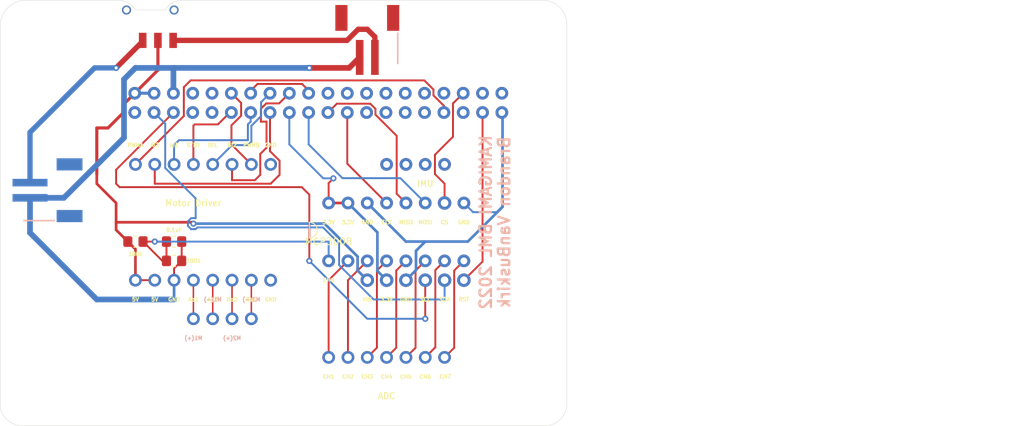
<source format=kicad_pcb>
(kicad_pcb (version 20211014) (generator pcbnew)
  (layers (0 "F.Cu" signal) (31 "B.Cu" signal) (34 "B.Paste" user) (35 "F.Paste" user) (36 "B.SilkS" user "B.Silkscreen") (37 "F.SilkS" user "F.Silkscreen") (38 "B.Mask" user) (39 "F.Mask" user) (44 "Edge.Cuts" user))
  (net 0 "")
  (net 1 "5.0V")
  (net 2 "SDA")
  (net 3 "SCL")
  (net 4 "GPIO4")
  (net 5 "GPIO17")
  (net 6 "GPIO27")
  (net 7 "GPIO22")
  (net 8 "SPI_MOSI")
  (net 9 "SPI_MISO")
  (net 10 "SPI_SCLK")
  (net 11 "GPIO5")
  (net 12 "GPIO6")
  (net 13 "GPIO13")
  (net 14 "GPIO19")
  (net 15 "GPIO26")
  (net 16 "3.3V")
  (net 17 "GND")
  (net 18 "TXD")
  (net 19 "RXD")
  (net 20 "GPIO18")
  (net 21 "GPIO24")
  (net 22 "GPIO25")
  (net 23 "SPI_CE0")
  (net 24 "SPI_CE1")
  (net 25 "EECLK")
  (net 26 "GPIO16")
  (net 27 "GPIO20")
  (net 28 "GPIO21")
  (net 29 "GPIO23")
  (net 30 "EEDATA")
  (net 31 "GPIO12")
  (net 32 "CH1")
  (net 33 "CH2")
  (net 34 "CH0")
  (net 35 "CHRGR")
  (net 36 "M1+")
  (net 37 "M1-")
  (net 38 "M2+")
  (net 39 "M2-")
  (net 40 "Batt+")
  (net 41 "CH3")
  (net 42 "CH4")
  (net 43 "CH5")
  (net 44 "CH6")
  (net 45 "CH7")
  (footprint "" (layer "F.Cu") (at 154.94 116.84)
    (fp_text reference "" (at 0 0) (layer "F.SilkS") (effects (font (size 1.27 1.27))))
    (fp_text value "" (at 0 0) (layer "F.SilkS") (effects (font (size 1.27 1.27))))
    (pad "" thru_hole circle (at 0 0 270) (size 1.778 1.778) (drill 1) (layers *.Cu *.Mask) (net 1 "5.0V"))
  )
  (footprint "" (layer "F.Cu") (at 160.02 116.84)
    (fp_text reference "" (at 0 0) (layer "F.SilkS") (effects (font (size 1.27 1.27))))
    (fp_text value "" (at 0 0) (layer "F.SilkS") (effects (font (size 1.27 1.27))))
    (pad "" thru_hole circle (at 0 0 270) (size 1.778 1.778) (drill 1) (layers *.Cu *.Mask) (net 17 "GND"))
  )
  (footprint "" (layer "F.Cu") (at 157.48 127)
    (fp_text reference "" (at 0 0) (layer "F.SilkS") (effects (font (size 1.27 1.27))))
    (fp_text value "" (at 0 0) (layer "F.SilkS") (effects (font (size 1.27 1.27))))
    (pad "" thru_hole circle (at 0 0 270) (size 1.6764 1.6764) (drill 1) (layers *.Cu *.Mask) (net 42 "CH4"))
  )
  (footprint "" (layer "F.Cu") (at 165.1 116.84)
    (fp_text reference "" (at 0 0) (layer "F.SilkS") (effects (font (size 1.27 1.27))))
    (fp_text value "" (at 0 0) (layer "F.SilkS") (effects (font (size 1.27 1.27))))
    (pad "" thru_hole circle (at 0 0 270) (size 1.778 1.778) (drill 1) (layers *.Cu *.Mask) (net 2 "SDA"))
  )
  (footprint "" (layer "F.Cu") (at 149.86 114.3)
    (fp_text reference "" (at 0 0) (layer "F.SilkS") (effects (font (size 1.27 1.27))))
    (fp_text value "" (at 0 0) (layer "F.SilkS") (effects (font (size 1.27 1.27))))
    (pad "" thru_hole circle (at 0 0) (size 1.6764 1.6764) (drill 0.9) (layers *.Cu *.Mask) (net 34 "CH0"))
  )
  (footprint "" (layer "F.Cu") (at 160.02 127.260029)
    (fp_text reference "" (at 0 0) (layer "F.SilkS") (effects (font (size 1.27 1.27))))
    (fp_text value "" (at 0 0) (layer "F.SilkS") (effects (font (size 1.27 1.27))))
    (pad "" thru_hole circle (at 0 -0.260029 270) (size 1.6764 1.6764) (drill 1) (layers *.Cu *.Mask) (net 43 "CH5"))
  )
  (footprint "" (layer "F.Cu") (at 137.16 101.6 180)
    (fp_text reference "" (at 0 0) (layer "F.SilkS") (effects (font (size 1.27 1.27))))
    (fp_text value "" (at 0 0) (layer "F.SilkS") (effects (font (size 1.27 1.27))))
    (pad "11" thru_hole circle (at 0 0 270) (size 1.6764 1.6764) (drill 1) (layers *.Cu *.Mask) (net 21 "GPIO24"))
  )
  (footprint "Resistor_SMD:R_0805_2012Metric_Pad1.20x1.40mm_HandSolder" (layer "F.Cu") (at 124.46 111.76)
    (fp_text reference "" (at 0 -1.65) (layer "F.SilkS"))
    (fp_text value "180k" (at 0 1.65) (layer "F.SilkS") (effects (font (size 0.5 0.5) (thickness 0.125))))
    (pad "" smd roundrect (at 1 0) (size 1.2 1.4) (layers "F.Cu" "F.Paste" "F.Mask") (roundrect_rratio 0.2083333333) (net 34 "CH0"))
    (pad "" smd roundrect (at -1 0) (size 1.2 1.4) (layers "F.Cu" "F.Paste" "F.Mask") (roundrect_rratio 0.2083333333) (net 1 "5.0V"))
  )
  (footprint "" (layer "F.Cu") (at 162.56 127)
    (fp_text reference "" (at 0 0) (layer "F.SilkS") (effects (font (size 1.27 1.27))))
    (fp_text value "" (at 0 0) (layer "F.SilkS") (effects (font (size 1.27 1.27))))
    (pad "" thru_hole circle (at 0 0 270) (size 1.6764 1.6764) (drill 1) (layers *.Cu *.Mask) (net 44 "CH6"))
  )
  (footprint "" (layer "F.Cu") (at 124.46 83.82)
    (fp_text reference "" (at 0 0) (layer "F.SilkS") (effects (font (size 1.27 1.27))))
    (fp_text value "" (at 0 0) (layer "F.SilkS") (effects (font (size 1.27 1.27))))
    (pad "" np_thru_hole circle (at 19.5408 -0.8167) (size 2.8 2.8) (drill 2.8) (layers F&B.Cu *.Mask))
  )
  (footprint "" (layer "F.Cu") (at 132.08 101.6 180)
    (fp_text reference "" (at 0 0) (layer "F.SilkS") (effects (font (size 1.27 1.27))))
    (fp_text value "" (at 0 0) (layer "F.SilkS") (effects (font (size 1.27 1.27))))
    (pad "13" thru_hole circle (at 0 0 270) (size 1.6764 1.6764) (drill 1) (layers *.Cu *.Mask) (net 5 "GPIO17"))
  )
  (footprint "" (layer "F.Cu") (at 152.4 114.3)
    (fp_text reference "" (at 0 0) (layer "F.SilkS") (effects (font (size 1.27 1.27))))
    (fp_text value "" (at 0 0) (layer "F.SilkS") (effects (font (size 1.27 1.27))))
    (pad "" thru_hole circle (at 0 0) (size 1.6764 1.6764) (drill 0.9) (layers *.Cu *.Mask) (net 32 "CH1"))
  )
  (footprint "" (layer "F.Cu") (at 149.86 106.68)
    (fp_text reference "" (at 0 0) (layer "F.SilkS") (effects (font (size 1.27 1.27))))
    (fp_text value "" (at 0 0) (layer "F.SilkS") (effects (font (size 1.27 1.27))))
    (pad "" thru_hole circle (at 0 0) (size 1.6764 1.6764) (drill 0.9) (layers *.Cu *.Mask) (net 16 "3.3V"))
  )
  (footprint "" (layer "F.Cu") (at 165.1 106.68)
    (fp_text reference "" (at 0 0) (layer "F.SilkS") (effects (font (size 1.27 1.27))))
    (fp_text value "" (at 0 0) (layer "F.SilkS") (effects (font (size 1.27 1.27))))
    (pad "" thru_hole circle (at 0 0 270) (size 1.778 1.778) (drill 1) (layers *.Cu *.Mask) (net 26 "GPIO16"))
  )
  (footprint "" (layer "F.Cu") (at 119.38 83.82)
    (fp_text reference "" (at 0 0) (layer "F.SilkS") (effects (font (size 1.27 1.27))))
    (fp_text value "" (at 0 0) (layer "F.SilkS") (effects (font (size 1.27 1.27))))
    (pad "" np_thru_hole circle (at -0.3792 -0.8167) (size 2.8 2.8) (drill 2.8) (layers F&B.Cu *.Mask))
  )
  (footprint "" (layer "F.Cu") (at 154.94 114.3)
    (fp_text reference "" (at 0 0) (layer "F.SilkS") (effects (font (size 1.27 1.27))))
    (fp_text value "" (at 0 0) (layer "F.SilkS") (effects (font (size 1.27 1.27))))
    (pad "" thru_hole circle (at 0 0) (size 1.6764 1.6764) (drill 0.9) (layers *.Cu *.Mask) (net 33 "CH2"))
  )
  (footprint "" (layer "F.Cu") (at 175.26 127)
    (fp_text reference "" (at 0 0) (layer "F.SilkS") (effects (font (size 1.27 1.27))))
    (fp_text value "" (at 0 0) (layer "F.SilkS") (effects (font (size 1.27 1.27))))
    (pad "" np_thru_hole circle (at -6.2592 6.0033) (size 2.8 2.8) (drill 2.8) (layers F&B.Cu *.Mask))
  )
  (footprint "" (layer "F.Cu") (at 137.16 116.84 180)
    (fp_text reference "" (at 0 0) (layer "F.SilkS") (effects (font (size 1.27 1.27))))
    (fp_text value "" (at 0 0) (layer "F.SilkS") (effects (font (size 1.27 1.27))))
    (pad "" thru_hole circle (at 0 0 270) (size 1.6764 1.6764) (drill 1) (layers *.Cu *.Mask) (net 38 "M2+"))
  )
  (footprint "" (layer "F.Cu") (at 157.48 114.3)
    (fp_text reference "" (at 0 0) (layer "F.SilkS") (effects (font (size 1.27 1.27))))
    (fp_text value "" (at 0 0) (layer "F.SilkS") (effects (font (size 1.27 1.27))))
    (pad "" thru_hole circle (at 0 0) (size 1.6764 1.6764) (drill 0.9) (layers *.Cu *.Mask) (net 41 "CH3"))
  )
  (footprint "" (layer "F.Cu") (at 129.54 116.84 180)
    (fp_text reference "" (at 0 0) (layer "F.SilkS") (effects (font (size 1.27 1.27))))
    (fp_text value "" (at 0 0) (layer "F.SilkS") (effects (font (size 1.27 1.27))))
    (pad "6" thru_hole circle (at 0 0 270) (size 1.6764 1.6764) (drill 1) (layers *.Cu *.Mask) (net 17 "GND"))
  )
  (footprint "PI_BONNET_NODIM" (layer "F.Cu") (at 116.000757 120.003271)
    (fp_text reference "RPI1" hide)
    (fp_text value "KamiPCB" hide)
    (pad "" np_thru_hole circle (at 3.5 -26.5) (size 2.8 2.8) (drill 2.8) (layers *.Cu *.Mask))
    (pad "" np_thru_hole circle (at 3.5 -3.5) (size 2.8 2.8) (drill 2.8) (layers F&B.Cu *.Mask))
    (pad "" np_thru_hole circle (at 61.5 -3.5) (size 2.8 2.8) (drill 2.8) (layers *.Cu *.Mask))
    (pad "" np_thru_hole circle (at 61.5 -26.5) (size 2.8 2.8) (drill 2.8) (layers *.Cu *.Mask))
    (pad "1" thru_hole circle (at 8.37 -25.23) (size 1.6764 1.6764) (drill 0.9) (layers *.Cu *.Mask) (net 16 "3.3V"))
    (pad "2" thru_hole circle (at 8.37 -27.77) (size 1.6764 1.6764) (drill 0.9) (layers *.Cu *.Mask) (net 1 "5.0V"))
    (pad "3" thru_hole circle (at 10.91 -25.23) (size 1.6764 1.6764) (drill 0.9) (layers *.Cu *.Mask) (net 2 "SDA"))
    (pad "4" thru_hole circle (at 10.91 -27.77) (size 1.6764 1.6764) (drill 0.9) (layers *.Cu *.Mask) (net 1 "5.0V"))
    (pad "5" thru_hole circle (at 13.45 -25.23) (size 1.6764 1.6764) (drill 0.9) (layers *.Cu *.Mask) (net 3 "SCL"))
    (pad "6" thru_hole circle (at 13.45 -27.77) (size 1.6764 1.6764) (drill 0.9) (layers *.Cu *.Mask) (net 17 "GND"))
    (pad "7" thru_hole circle (at 15.99 -25.23) (size 1.6764 1.6764) (drill 0.9) (layers *.Cu *.Mask) (net 4 "GPIO4"))
    (pad "8" thru_hole circle (at 15.99 -27.77) (size 1.6764 1.6764) (drill 0.9) (layers *.Cu *.Mask) (net 18 "TXD"))
    (pad "9" thru_hole circle (at 18.53 -25.23) (size 1.6764 1.6764) (drill 0.9) (layers *.Cu *.Mask) (net 17 "GND"))
    (pad "10" thru_hole circle (at 18.53 -27.77) (size 1.6764 1.6764) (drill 0.9) (layers *.Cu *.Mask) (net 19 "RXD"))
    (pad "11" thru_hole circle (at 21.07 -25.23) (size 1.6764 1.6764) (drill 0.9) (layers *.Cu *.Mask) (net 5 "GPIO17"))
    (pad "12" thru_hole circle (at 21.07 -27.77) (size 1.6764 1.6764) (drill 0.9) (layers *.Cu *.Mask) (net 20 "GPIO18"))
    (pad "13" thru_hole circle (at 23.61 -25.23) (size 1.6764 1.6764) (drill 0.9) (layers *.Cu *.Mask) (net 6 "GPIO27"))
    (pad "14" thru_hole circle (at 23.61 -27.77) (size 1.6764 1.6764) (drill 0.9) (layers *.Cu *.Mask) (net 17 "GND"))
    (pad "15" thru_hole circle (at 26.15 -25.23) (size 1.6764 1.6764) (drill 0.9) (layers *.Cu *.Mask) (net 7 "GPIO22"))
    (pad "16" thru_hole circle (at 26.15 -27.77) (size 1.6764 1.6764) (drill 0.9) (layers *.Cu *.Mask) (net 29 "GPIO23"))
    (pad "17" thru_hole circle (at 28.69 -25.23) (size 1.6764 1.6764) (drill 0.9) (layers *.Cu *.Mask) (net 16 "3.3V"))
    (pad "18" thru_hole circle (at 28.69 -27.77) (size 1.6764 1.6764) (drill 0.9) (layers *.Cu *.Mask) (net 21 "GPIO24"))
    (pad "19" thru_hole circle (at 31.23 -25.23) (size 1.6764 1.6764) (drill 0.9) (layers *.Cu *.Mask) (net 8 "SPI_MOSI"))
    (pad "20" thru_hole circle (at 31.23 -27.77) (size 1.6764 1.6764) (drill 0.9) (layers *.Cu *.Mask) (net 17 "GND"))
    (pad "21" thru_hole circle (at 33.77 -25.23) (size 1.6764 1.6764) (drill 0.9) (layers *.Cu *.Mask) (net 9 "SPI_MISO"))
    (pad "22" thru_hole circle (at 33.77 -27.77) (size 1.6764 1.6764) (drill 0.9) (layers *.Cu *.Mask) (net 22 "GPIO25"))
    (pad "23" thru_hole circle (at 36.31 -25.23) (size 1.6764 1.6764) (drill 0.9) (layers *.Cu *.Mask) (net 10 "SPI_SCLK"))
    (pad "24" thru_hole circle (at 36.31 -27.77) (size 1.6764 1.6764) (drill 0.9) (layers *.Cu *.Mask) (net 23 "SPI_CE0"))
    (pad "25" thru_hole circle (at 38.85 -25.23) (size 1.6764 1.6764) (drill 0.9) (layers *.Cu *.Mask) (net 17 "GND"))
    (pad "26" thru_hole circle (at 38.85 -27.77) (size 1.6764 1.6764) (drill 0.9) (layers *.Cu *.Mask) (net 24 "SPI_CE1"))
    (pad "27" thru_hole circle (at 41.39 -25.23) (size 1.6764 1.6764) (drill 0.9) (layers *.Cu *.Mask) (net 30 "EEDATA"))
    (pad "28" thru_hole circle (at 41.39 -27.77) (size 1.6764 1.6764) (drill 0.9) (layers *.Cu *.Mask) (net 25 "EECLK"))
    (pad "29" thru_hole circle (at 43.93 -25.23) (size 1.6764 1.6764) (drill 0.9) (layers *.Cu *.Mask) (net 11 "GPIO5"))
    (pad "30" thru_hole circle (at 43.93 -27.77) (size 1.6764 1.6764) (drill 0.9) (layers *.Cu *.Mask) (net 17 "GND"))
    (pad "31" thru_hole circle (at 46.47 -25.23) (size 1.6764 1.6764) (drill 0.9) (layers *.Cu *.Mask) (net 12 "GPIO6"))
    (pad "32" thru_hole circle (at 46.47 -27.77) (size 1.6764 1.6764) (drill 0.9) (layers *.Cu *.Mask) (net 31 "GPIO12"))
    (pad "33" thru_hole circle (at 49.01 -25.23) (size 1.6764 1.6764) (drill 0.9) (layers *.Cu *.Mask) (net 13 "GPIO13"))
    (pad "34" thru_hole circle (at 49.01 -27.77) (size 1.6764 1.6764) (drill 0.9) (layers *.Cu *.Mask) (net 17 "GND"))
    (pad "35" thru_hole circle (at 51.55 -25.23) (size 1.6764 1.6764) (drill 0.9) (layers *.Cu *.Mask) (net 14 "GPIO19"))
    (pad "36" thru_hole circle (at 51.55 -27.77) (size 1.6764 1.6764) (drill 0.9) (layers *.Cu *.Mask) (net 26 "GPIO16"))
    (pad "37" thru_hole circle (at 54.09 -25.23) (size 1.6764 1.6764) (drill 0.9) (layers *.Cu *.Mask) (net 15 "GPIO26"))
    (pad "38" thru_hole circle (at 54.09 -27.77) (size 1.6764 1.6764) (drill 0.9) (layers *.Cu *.Mask) (net 27 "GPIO20"))
    (pad "39" thru_hole circle (at 56.63 -25.23) (size 1.6764 1.6764) (drill 0.9) (layers *.Cu *.Mask) (net 17 "GND"))
    (pad "40" thru_hole circle (at 56.63 -27.77) (size 1.6764 1.6764) (drill 0.9) (layers *.Cu *.Mask) (net 28 "GPIO21"))
  )
  (footprint "" (layer "F.Cu") (at 137.16 121.92)
    (fp_text reference "" (at 0 0) (layer "F.SilkS") (effects (font (size 1.27 1.27))))
    (fp_text value "" (at 0 0) (layer "F.SilkS") (effects (font (size 1.27 1.27))))
    (pad "" thru_hole circle (at 0 0 270) (size 1.6764 1.6764) (drill 1) (layers *.Cu *.Mask) (net 38 "M2+"))
  )
  (footprint "" (layer "F.Cu") (at 134.62 122.180029)
    (fp_text reference "" (at 0 0) (layer "F.SilkS") (effects (font (size 1.27 1.27))))
    (fp_text value "" (at 0 0) (layer "F.SilkS") (effects (font (size 1.27 1.27))))
    (pad "" thru_hole circle (at 0 -0.260029 270) (size 1.6764 1.6764) (drill 1) (layers *.Cu *.Mask) (net 37 "M1-"))
  )
  (footprint "" (layer "F.Cu") (at 127 101.6 180)
    (fp_text reference "" (at 0 0) (layer "F.SilkS") (effects (font (size 1.27 1.27))))
    (fp_text value "" (at 0 0) (layer "F.SilkS") (effects (font (size 1.27 1.27))))
    (pad "15" thru_hole circle (at 0 0 270) (size 1.6764 1.6764) (drill 1) (layers *.Cu *.Mask) (net 7 "GPIO22"))
  )
  (footprint "" (layer "F.Cu") (at 124.46 116.84 180)
    (fp_text reference "" (at 0 0) (layer "F.SilkS") (effects (font (size 1.27 1.27))))
    (fp_text value "" (at 0 0) (layer "F.SilkS") (effects (font (size 1.27 1.27))))
    (pad "8" thru_hole circle (at 0 0 270) (size 1.6764 1.6764) (drill 1) (layers *.Cu *.Mask) (net 1 "5.0V"))
  )
  (footprint "" (layer "F.Cu") (at 149.86 129.803329)
    (fp_text reference "" (at 0 0) (layer "F.SilkS") (effects (font (size 1.27 1.27))))
    (fp_text value "" (at 0 0) (layer "F.SilkS") (effects (font (size 1.27 1.27))))
    (pad "" thru_hole circle (at 0 -2.803329 270) (size 1.6764 1.6764) (drill 1) (layers *.Cu *.Mask) (net 32 "CH1"))
  )
  (footprint "" (layer "F.Cu") (at 129.54 101.6 180)
    (fp_text reference "" (at 0 0) (layer "F.SilkS") (effects (font (size 1.27 1.27))))
    (fp_text value "" (at 0 0) (layer "F.SilkS") (effects (font (size 1.27 1.27))))
    (pad "14" thru_hole circle (at 0 0 270) (size 1.6764 1.6764) (drill 1) (layers *.Cu *.Mask) (net 6 "GPIO27"))
  )
  (footprint "" (layer "F.Cu") (at 167.64 106.68)
    (fp_text reference "" (at 0 0) (layer "F.SilkS") (effects (font (size 1.27 1.27))))
    (fp_text value "" (at 0 0) (layer "F.SilkS") (effects (font (size 1.27 1.27))))
    (pad "" thru_hole circle (at 0 0) (size 1.6764 1.6764) (drill 0.9) (layers *.Cu *.Mask) (net 17 "GND"))
  )
  (footprint "" (layer "F.Cu") (at 154.94 106.68)
    (fp_text reference "" (at 0 0) (layer "F.SilkS") (effects (font (size 1.27 1.27))))
    (fp_text value "" (at 0 0) (layer "F.SilkS") (effects (font (size 1.27 1.27))))
    (pad "" thru_hole circle (at 0 0) (size 1.6764 1.6764) (drill 0.9) (layers *.Cu *.Mask) (net 17 "GND"))
  )
  (footprint "Resistor_SMD:R_0805_2012Metric_Pad1.20x1.40mm_HandSolder" (layer "F.Cu") (at 129.54 111.76)
    (fp_text reference "" (at 0 -1.65) (layer "F.SilkS"))
    (fp_text value "0.1uF" (at 0 -1.54) (layer "F.SilkS") (effects (font (size 0.5 0.5) (thickness 0.125))))
    (pad "" smd roundrect (at -1 0) (size 1.2 1.4) (layers "F.Cu" "F.Paste" "F.Mask") (roundrect_rratio 0.2083333333) (net 34 "CH0"))
    (pad "" smd roundrect (at 1 0) (size 1.2 1.4) (layers "F.Cu" "F.Paste" "F.Mask") (roundrect_rratio 0.2083333333) (net 17 "GND"))
  )
  (footprint "" (layer "F.Cu") (at 139.7 121.92)
    (fp_text reference "" (at 0 0) (layer "F.SilkS") (effects (font (size 1.27 1.27))))
    (fp_text value "" (at 0 0) (layer "F.SilkS") (effects (font (size 1.27 1.27))))
    (pad "" thru_hole circle (at 0 0 270) (size 1.6764 1.6764) (drill 1) (layers *.Cu *.Mask) (net 39 "M2-"))
  )
  (footprint "" (layer "F.Cu") (at 139.7 101.6 180)
    (fp_text reference "" (at 0 0) (layer "F.SilkS") (effects (font (size 1.27 1.27))))
    (fp_text value "" (at 0 0) (layer "F.SilkS") (effects (font (size 1.27 1.27))))
    (pad "10" thru_hole circle (at 0 0 270) (size 1.6764 1.6764) (drill 1) (layers *.Cu *.Mask) (net 20 "GPIO18"))
  )
  (footprint "" (layer "F.Cu") (at 124.46 101.6 180)
    (fp_text reference "" (at 0 0) (layer "F.SilkS") (effects (font (size 1.27 1.27))))
    (fp_text value "" (at 0 0) (layer "F.SilkS") (effects (font (size 1.27 1.27))))
    (pad "16" thru_hole circle (at 0 0 270) (size 1.6764 1.6764) (drill 1) (layers *.Cu *.Mask) (net 13 "GPIO13"))
  )
  (footprint "" (layer "F.Cu") (at 165.1 114.3)
    (fp_text reference "" (at 0 0) (layer "F.SilkS") (effects (font (size 1.27 1.27))))
    (fp_text value "" (at 0 0) (layer "F.SilkS") (effects (font (size 1.27 1.27))))
    (pad "" thru_hole circle (at 0 0) (size 1.6764 1.6764) (drill 0.9) (layers *.Cu *.Mask) (net 44 "CH6"))
  )
  (footprint "" (layer "F.Cu") (at 160.02 106.68)
    (fp_text reference "" (at 0 0) (layer "F.SilkS") (effects (font (size 1.27 1.27))))
    (fp_text value "" (at 0 0) (layer "F.SilkS") (effects (font (size 1.27 1.27))))
    (pad "" thru_hole circle (at 0 0) (size 1.6764 1.6764) (drill 0.9) (layers *.Cu *.Mask) (net 9 "SPI_MISO"))
  )
  (footprint "" (layer "F.Cu") (at 167.64 116.84)
    (fp_text reference "" (at 0 0) (layer "F.SilkS") (effects (font (size 1.27 1.27))))
    (fp_text value "" (at 0 0) (layer "F.SilkS") (effects (font (size 1.27 1.27))))
    (pad "" thru_hole circle (at 0 0 270) (size 1.778 1.778) (drill 1) (layers *.Cu *.Mask) (net 15 "GPIO26"))
  )
  (footprint "" (layer "F.Cu") (at 131.815 81.74 -90)
    (fp_text reference "" (at 0 0 90) (layer "F.SilkS") (effects (font (size 1.27 1.27))))
    (fp_text value "" (at 0 0 90) (layer "F.SilkS") (effects (font (size 1.27 1.27))))
    (pad "" thru_hole circle (at -0.46 2.275 270) (size 1.2 1.2) (drill 0.8) (layers *.Cu *.Mask))
  )
  (footprint "" (layer "F.Cu") (at 152.4 106.68)
    (fp_text reference "" (at 0 0) (layer "F.SilkS") (effects (font (size 1.27 1.27))))
    (fp_text value "" (at 0 0) (layer "F.SilkS") (effects (font (size 1.27 1.27))))
    (pad "" thru_hole circle (at 0 0) (size 1.6764 1.6764) (drill 0.9) (layers *.Cu *.Mask) (net 16 "3.3V"))
  )
  (footprint "" (layer "F.Cu") (at 160.02 114.3)
    (fp_text reference "" (at 0 0) (layer "F.SilkS") (effects (font (size 1.27 1.27))))
    (fp_text value "" (at 0 0) (layer "F.SilkS") (effects (font (size 1.27 1.27))))
    (pad "" thru_hole circle (at 0 0) (size 1.6764 1.6764) (drill 0.9) (layers *.Cu *.Mask) (net 42 "CH4"))
  )
  (footprint "" (layer "F.Cu") (at 139.7 116.84 180)
    (fp_text reference "" (at 0 0) (layer "F.SilkS") (effects (font (size 1.27 1.27))))
    (fp_text value "" (at 0 0) (layer "F.SilkS") (effects (font (size 1.27 1.27))))
    (pad "" thru_hole circle (at 0 0 270) (size 1.6764 1.6764) (drill 1) (layers *.Cu *.Mask) (net 39 "M2-"))
  )
  (footprint "" (layer "F.Cu") (at 167.64 114.3)
    (fp_text reference "" (at 0 0) (layer "F.SilkS") (effects (font (size 1.27 1.27))))
    (fp_text value "" (at 0 0) (layer "F.SilkS") (effects (font (size 1.27 1.27))))
    (pad "" thru_hole circle (at 0 0) (size 1.6764 1.6764) (drill 0.9) (layers *.Cu *.Mask) (net 45 "CH7"))
  )
  (footprint "" (layer "F.Cu") (at 119.38 127)
    (fp_text reference "" (at 0 0) (layer "F.SilkS") (effects (font (size 1.27 1.27))))
    (fp_text value "" (at 0 0) (layer "F.SilkS") (effects (font (size 1.27 1.27))))
    (pad "" np_thru_hole circle (at -0.3792 6.0033) (size 2.8 2.8) (drill 2.8) (layers F&B.Cu *.Mask))
  )
  (footprint "" (layer "F.Cu") (at 127 127)
    (fp_text reference "" (at 17.78 0) (layer "F.SilkS") (effects (font (size 1.27 1.27))))
    (fp_text value "" (at 17.78 0) (layer "F.SilkS") (effects (font (size 1.27 1.27))))
    (pad "" np_thru_hole circle (at 17.0008 6.0033) (size 2.8 2.8) (drill 2.8) (layers F&B.Cu *.Mask))
  )
  (footprint "JSTPH2" (layer "F.Cu") (at 154.94 83.82)
    (fp_text reference "X1" hide)
    (fp_text value "")
    (pad "" smd rect (at 1 3.7) (size 1 4.6) (layers "F.Cu" "F.Paste" "F.Mask") (net 35 "CHRGR"))
    (pad "" smd rect (at -1 3.7) (size 1 4.6) (layers "F.Cu" "F.Paste" "F.Mask") (net 17 "GND"))
    (pad "NC1" smd rect (at -3.4 -1.5 90) (size 3.4 1.6) (layers "F.Cu" "F.Paste" "F.Mask"))
    (pad "NC2" smd rect (at 3.4 -1.5 90) (size 3.4 1.6) (layers "F.Cu" "F.Paste" "F.Mask"))
  )
  (footprint "" (layer "F.Cu") (at 154.94 127)
    (fp_text reference "" (at 0 0) (layer "F.SilkS") (effects (font (size 1.27 1.27))))
    (fp_text value "" (at 0 0) (layer "F.SilkS") (effects (font (size 1.27 1.27))))
    (pad "" thru_hole circle (at 0 0 270) (size 1.6764 1.6764) (drill 1) (layers *.Cu *.Mask) (net 41 "CH3"))
  )
  (footprint "" (layer "F.Cu") (at 134.62 116.84 180)
    (fp_text reference "" (at 0 0) (layer "F.SilkS") (effects (font (size 1.27 1.27))))
    (fp_text value "" (at 0 0) (layer "F.SilkS") (effects (font (size 1.27 1.27))))
    (pad "" thru_hole circle (at 0 0 270) (size 1.6764 1.6764) (drill 1) (layers *.Cu *.Mask) (net 37 "M1-"))
  )
  (footprint "clipboard:92cc7493-65be-4ec2-8642-ce3194bf1ce3" (layer "F.Cu") (at 123.29 81.28 180)
    (fp_text reference "" (at 0 0) (layer "F.SilkS") (effects (font (size 1.27 1.27))))
    (fp_text value "" (at 0 0) (layer "F.SilkS") (effects (font (size 1.27 1.27))))
    (pad "" smd rect (at -6.125 -4 180) (size 1 2) (layers "F.Cu" "F.Paste" "F.Mask") (net 35 "CHRGR"))
    (pad "" smd rect (at -2.125 -4 180) (size 1 2) (layers "F.Cu" "F.Paste" "F.Mask") (net 40 "Batt+"))
    (pad "" smd rect (at -4.125 -4 180) (size 1 2) (layers "F.Cu" "F.Paste" "F.Mask") (net 1 "5.0V"))
  )
  (footprint "" (layer "F.Cu") (at 162.56 106.68)
    (fp_text reference "" (at 0 0) (layer "F.SilkS") (effects (font (size 1.27 1.27))))
    (fp_text value "" (at 0 0) (layer "F.SilkS") (effects (font (size 1.27 1.27))))
    (pad "" thru_hole circle (at 0 0) (size 1.6764 1.6764) (drill 0.9) (layers *.Cu *.Mask) (net 8 "SPI_MOSI"))
  )
  (footprint "" (layer "F.Cu") (at 142.24 101.6 180)
    (fp_text reference "" (at 0 0) (layer "F.SilkS") (effects (font (size 1.27 1.27))))
    (fp_text value "" (at 0 0) (layer "F.SilkS") (effects (font (size 1.27 1.27))))
    (pad "9" thru_hole circle (at 0 0 270) (size 1.6764 1.6764) (drill 1) (layers *.Cu *.Mask) (net 17 "GND"))
  )
  (footprint "" (layer "F.Cu") (at 162.56 101.6)
    (fp_text reference "" (at 0 0) (layer "F.SilkS") (effects (font (size 1.27 1.27))))
    (fp_text value "" (at 0 0) (layer "F.SilkS") (effects (font (size 1.27 1.27))))
    (pad "" thru_hole circle (at 0 0) (size 1.6764 1.6764) (drill 0.9) (layers *.Cu *.Mask))
  )
  (footprint "" (layer "F.Cu") (at 157.48 101.6)
    (fp_text reference "" (at 0 0) (layer "F.SilkS") (effects (font (size 1.27 1.27))))
    (fp_text value "" (at 0 0) (layer "F.SilkS") (effects (font (size 1.27 1.27))))
    (pad "" thru_hole circle (at 0 0) (size 1.6764 1.6764) (drill 0.9) (layers *.Cu *.Mask))
  )
  (footprint "" (layer "F.Cu") (at 142.24 116.84 180)
    (fp_text reference "" (at 0 0) (layer "F.SilkS") (effects (font (size 1.27 1.27))))
    (fp_text value "" (at 0 0) (layer "F.SilkS") (effects (font (size 1.27 1.27))))
    (pad "1" thru_hole circle (at 0 0 270) (size 1.6764 1.6764) (drill 1) (layers *.Cu *.Mask) (net 17 "GND"))
  )
  (footprint "" (layer "F.Cu") (at 162.56 114.3)
    (fp_text reference "" (at 0 0) (layer "F.SilkS") (effects (font (size 1.27 1.27))))
    (fp_text value "" (at 0 0) (layer "F.SilkS") (effects (font (size 1.27 1.27))))
    (pad "" thru_hole circle (at 0 0) (size 1.6764 1.6764) (drill 0.9) (layers *.Cu *.Mask) (net 43 "CH5"))
  )
  (footprint "" (layer "F.Cu") (at 157.48 116.84)
    (fp_text reference "" (at 0 0) (layer "F.SilkS") (effects (font (size 1.27 1.27))))
    (fp_text value "" (at 0 0) (layer "F.SilkS") (effects (font (size 1.27 1.27))))
    (pad "" thru_hole circle (at 0 0 270) (size 1.778 1.778) (drill 1) (layers *.Cu *.Mask) (net 16 "3.3V"))
  )
  (footprint "" (layer "F.Cu") (at 152.4 127.260029)
    (fp_text reference "" (at 0 0) (layer "F.SilkS") (effects (font (size 1.27 1.27))))
    (fp_text value "" (at 0 0) (layer "F.SilkS") (effects (font (size 1.27 1.27))))
    (pad "" thru_hole circle (at 0 -0.260029 270) (size 1.6764 1.6764) (drill 1) (layers *.Cu *.Mask) (net 33 "CH2"))
  )
  (footprint "" (layer "F.Cu") (at 160.02 101.6)
    (fp_text reference "" (at 0 0) (layer "F.SilkS") (effects (font (size 1.27 1.27))))
    (fp_text value "" (at 0 0) (layer "F.SilkS") (effects (font (size 1.27 1.27))))
    (pad "" thru_hole circle (at 0 0) (size 1.6764 1.6764) (drill 0.9) (layers *.Cu *.Mask))
  )
  (footprint "" (layer "F.Cu") (at 134.62 101.6 180)
    (fp_text reference "" (at 0 0) (layer "F.SilkS") (effects (font (size 1.27 1.27))))
    (fp_text value "" (at 0 0) (layer "F.SilkS") (effects (font (size 1.27 1.27))))
    (pad "12" thru_hole circle (at 0 0 270) (size 1.6764 1.6764) (drill 1) (layers *.Cu *.Mask) (net 29 "GPIO23"))
  )
  (footprint "Resistor_SMD:R_0805_2012Metric_Pad1.20x1.40mm_HandSolder" (layer "F.Cu") (at 129.54 114.3)
    (fp_text reference "" (at 0 -1.65) (layer "F.SilkS"))
    (fp_text value "100k" (at 2.54 0) (layer "F.SilkS") (effects (font (size 0.5 0.5) (thickness 0.125))))
    (pad "" smd roundrect (at -1 0) (size 1.2 1.4) (layers "F.Cu" "F.Paste" "F.Mask") (roundrect_rratio 0.2083333333) (net 34 "CH0"))
    (pad "" smd roundrect (at 1 0) (size 1.2 1.4) (layers "F.Cu" "F.Paste" "F.Mask") (roundrect_rratio 0.2083333333) (net 17 "GND"))
  )
  (footprint "" (layer "F.Cu") (at 127 116.84 180)
    (fp_text reference "" (at 0 0) (layer "F.SilkS") (effects (font (size 1.27 1.27))))
    (fp_text value "" (at 0 0) (layer "F.SilkS") (effects (font (size 1.27 1.27))))
    (pad "7" thru_hole circle (at 0 0 270) (size 1.6764 1.6764) (drill 1) (layers *.Cu *.Mask) (net 1 "5.0V"))
  )
  (footprint "" (layer "F.Cu") (at 162.56 116.84)
    (fp_text reference "" (at 0 0) (layer "F.SilkS") (effects (font (size 1.27 1.27))))
    (fp_text value "" (at 0 0) (layer "F.SilkS") (effects (font (size 1.27 1.27))))
    (pad "" thru_hole circle (at 0 0 270) (size 1.778 1.778) (drill 1) (layers *.Cu *.Mask) (net 3 "SCL"))
  )
  (footprint "" (layer "F.Cu") (at 132.08 124.723329)
    (fp_text reference "" (at 0 0) (layer "F.SilkS") (effects (font (size 1.27 1.27))))
    (fp_text value "" (at 0 0) (layer "F.SilkS") (effects (font (size 1.27 1.27))))
    (pad "" thru_hole circle (at 0 -2.803329 270) (size 1.6764 1.6764) (drill 1) (layers *.Cu *.Mask) (net 36 "M1+"))
  )
  (footprint "" (layer "F.Cu") (at 132.08 116.84 180)
    (fp_text reference "" (at 0 0) (layer "F.SilkS") (effects (font (size 1.27 1.27))))
    (fp_text value "" (at 0 0) (layer "F.SilkS") (effects (font (size 1.27 1.27))))
    (pad "" thru_hole circle (at 0 0 270) (size 1.6764 1.6764) (drill 1) (layers *.Cu *.Mask) (net 36 "M1+"))
  )
  (footprint "" (layer "F.Cu") (at 165.1 127)
    (fp_text reference "" (at 0 0) (layer "F.SilkS") (effects (font (size 1.27 1.27))))
    (fp_text value "" (at 0 0) (layer "F.SilkS") (effects (font (size 1.27 1.27))))
    (pad "" thru_hole circle (at 0 0 270) (size 1.6764 1.6764) (drill 1) (layers *.Cu *.Mask) (net 45 "CH7"))
  )
  (footprint "" (layer "F.Cu") (at 157.48 106.68)
    (fp_text reference "" (at 0 0) (layer "F.SilkS") (effects (font (size 1.27 1.27))))
    (fp_text value "" (at 0 0) (layer "F.SilkS") (effects (font (size 1.27 1.27))))
    (pad "" thru_hole circle (at 0 0) (size 1.6764 1.6764) (drill 0.9) (layers *.Cu *.Mask) (net 10 "SPI_SCLK"))
  )
  (footprint "" (layer "F.Cu") (at 165.1 83.82)
    (fp_text reference "" (at 0 0) (layer "F.SilkS") (effects (font (size 1.27 1.27))))
    (fp_text value "" (at 0 0) (layer "F.SilkS") (effects (font (size 1.27 1.27))))
    (pad "" np_thru_hole circle (at 3.9008 -0.8167) (size 2.8 2.8) (drill 2.8) (layers F&B.Cu *.Mask))
  )
  (footprint "JSTPH2" (layer "F.Cu") (at 114.3 105 -90)
    (fp_text reference "X1" hide)
    (fp_text value "")
    (pad "" smd rect (at 1 3.7 270) (size 1 4.6) (layers "B.Cu" "B.Paste" "B.Mask") (net 17 "GND"))
    (pad "" smd rect (at -1 3.7 270) (size 1 4.6) (layers "B.Cu" "B.Paste" "B.Mask") (net 40 "Batt+"))
    (pad "NC1" smd rect (at -3.4 -1.5) (size 3.4 1.6) (layers "B.Cu" "B.Paste" "B.Mask"))
    (pad "NC2" smd rect (at 3.4 -1.5) (size 3.4 1.6) (layers "B.Cu" "B.Paste" "B.Mask"))
  )
  (footprint "" (layer "F.Cu") (at 121.655 84.28 -90)
    (fp_text reference "" (at 0 0 90) (layer "F.SilkS") (effects (font (size 1.27 1.27))))
    (fp_text value "" (at 0 0 90) (layer "F.SilkS") (effects (font (size 1.27 1.27))))
    (pad "" thru_hole circle (at -3 -1.635 270) (size 1.2 1.2) (drill 0.8) (layers *.Cu *.Mask))
  )
  (footprint "" (layer "F.Cu") (at 165.1 101.6)
    (fp_text reference "" (at 0 0) (layer "F.SilkS") (effects (font (size 1.27 1.27))))
    (fp_text value "" (at 0 0) (layer "F.SilkS") (effects (font (size 1.27 1.27))))
    (pad "" thru_hole circle (at 0 0) (size 1.6764 1.6764) (drill 0.9) (layers *.Cu *.Mask))
  )
  (gr_line (start 147.32 109.22) (end 147.32 111.3) (layer "F.SilkS") (width 0.12))
  (gr_arc (start 147.32 109.22) (mid 148.36 110.26) (end 147.32 111.3) (layer "F.SilkS") (width 0.12))
  (gr_line (start 128.4 81.28) (end 124.46 81.28) (layer "Edge.Cuts") (width 0.05))
  (gr_arc (start 178.179243 80.003271) (mid 180.253271 80.929271) (end 181.179243 83.0033) (layer "Edge.Cuts") (width 0.05))
  (gr_line (start 181.179243 133.003329) (end 181.179243 83.0033) (layer "Edge.Cuts") (width 0.05))
  (gr_line (start 121.92 80.0033) (end 109.68 80.0033) (layer "Edge.Cuts") (width 0.05))
  (gr_line (start 109.680043 136.0033) (end 178.306243 136.0033) (layer "Edge.Cuts") (width 0.05))
  (gr_line (start 106.68 133.578548) (end 106.68 83.401315) (layer "Edge.Cuts") (width 0.05))
  (gr_arc (start 181.179243 133.003329) (mid 180.37419 135.10802) (end 178.306243 136.0033) (layer "Edge.Cuts") (width 0.05))
  (gr_arc (start 121.92 80.0033) (mid 123.37665 80.270309) (end 124.46 81.28) (layer "Edge.Cuts") (width 0.05))
  (gr_line (start 116.000757 117.003271) (end 116.000757 117.003271) (layer "Edge.Cuts") (width 0.05))
  (gr_arc (start 128.4 81.28) (mid 129.424523 80.268057) (end 130.84 80.0033) (layer "Edge.Cuts") (width 0.05))
  (gr_arc (start 109.680043 136.0033) (mid 107.735717 135.340651) (end 106.68 133.578548) (layer "Edge.Cuts") (width 0.05))
  (gr_line (start 178.179243 80.003271) (end 130.84 80.0033) (layer "Edge.Cuts") (width 0.05))
  (gr_arc (start 106.68 83.401315) (mid 107.537309 81.134886) (end 109.68 80.0033) (layer "Edge.Cuts") (width 0.05))
  (gr_text "KAMIGAMI BML 2022\nBrandon VanBuskirk" (at 171.72 109.22 90) (layer "B.SilkS") (effects (font (size 1.5 1.5) (thickness 0.3)) (justify mirror)))
  (gr_text "M1(+)" (at 132.08 124.46) (layer "B.SilkS") (effects (font (size 0.5 0.5) (thickness 0.125)) (justify mirror)))
  (gr_text "M1(-)" (at 134.62 119.38) (layer "B.SilkS") (effects (font (size 0.5 0.5) (thickness 0.125)) (justify mirror)))
  (gr_text "M2(-)" (at 139.7 119.38) (layer "B.SilkS") (effects (font (size 0.5 0.5) (thickness 0.125)) (justify mirror)))
  (gr_text "M2(+)" (at 137.16 124.46) (layer "B.SilkS") (effects (font (size 0.5 0.5) (thickness 0.125)) (justify mirror)))
  (gr_text "SDA" (at 165.1 119.38) (layer "F.SilkS") (effects (font (size 0.5 0.5) (thickness 0.125))))
  (gr_text "GND" (at 160.02 119.38) (layer "F.SilkS") (effects (font (size 0.5 0.5) (thickness 0.125))))
  (gr_text "GND" (at 142.24 99.06) (layer "F.SilkS") (effects (font (size 0.5 0.5) (thickness 0.125))))
  (gr_text "CH4" (at 157.48 129.54) (layer "F.SilkS") (effects (font (size 0.5 0.5) (thickness 0.125))))
  (gr_text "GND" (at 129.54 119.38) (layer "F.SilkS") (effects (font (size 0.5 0.5) (thickness 0.125))))
  (gr_text "CH7" (at 165.181799 129.54) (layer "F.SilkS") (effects (font (size 0.5 0.5) (thickness 0.125))))
  (gr_text "GND" (at 167.64 109.22) (layer "F.SilkS") (effects (font (size 0.5 0.5) (thickness 0.125))))
  (gr_text "5V" (at 127 119.38) (layer "F.SilkS") (effects (font (size 0.5 0.5) (thickness 0.125))))
  (gr_text "PWMA" (at 124.46 99.06) (layer "F.SilkS") (effects (font (size 0.5 0.5) (thickness 0.125))))
  (gr_text "PWMB" (at 139.7 99.06) (layer "F.SilkS") (effects (font (size 0.5 0.5) (thickness 0.125))))
  (gr_text "GND" (at 142.24 119.38) (layer "F.SilkS") (effects (font (size 0.5 0.5) (thickness 0.125))))
  (gr_text "CS" (at 165.1 109.22) (layer "F.SilkS") (effects (font (size 0.5 0.5) (thickness 0.125))))
  (gr_text "Bo1" (at 139.7 119.38) (layer "F.SilkS") (effects (font (size 0.5 0.5) (thickness 0.125))))
  (gr_text "Ai1" (at 129.54 99.06) (layer "F.SilkS") (effects (font (size 0.5 0.5) (thickness 0.125))))
  (gr_text "Ao1" (at 132.08 119.38) (layer "F.SilkS") (effects (font (size 0.5 0.5) (thickness 0.125))))
  (gr_text "CH0" (at 149.86 116.84) (layer "F.SilkS") (effects (font (size 0.5 0.5) (thickness 0.125))))
  (gr_text "CH5" (at 160.02 129.54) (layer "F.SilkS") (effects (font (size 0.5 0.5) (thickness 0.125))))
  (gr_text "Bi2" (at 137.16 99.06) (layer "F.SilkS") (effects (font (size 0.5 0.5) (thickness 0.125))))
  (gr_text "CH3" (at 154.94 129.54) (layer "F.SilkS") (effects (font (size 0.5 0.5) (thickness 0.125))))
  (gr_text "3.3V" (at 149.86 109.22) (layer "F.SilkS") (effects (font (size 0.5 0.5) (thickness 0.125))))
  (gr_text "MOSI" (at 162.56 109.22) (layer "F.SilkS") (effects (font (size 0.5 0.5) (thickness 0.125))))
  (gr_text "RST" (at 167.64 119.38) (layer "F.SilkS") (effects (font (size 0.5 0.5) (thickness 0.125))))
  (gr_text "SCL" (at 162.56 119.38) (layer "F.SilkS") (effects (font (size 0.5 0.5) (thickness 0.125))))
  (gr_text "CH6" (at 162.56 129.54) (layer "F.SilkS") (effects (font (size 0.5 0.5) (thickness 0.125))))
  (gr_text "ADC" (at 157.48 132.08) (layer "F.SilkS") (effects (font (size 0.8 0.8))))
  (gr_text "CH1" (at 149.86 129.54) (layer "F.SilkS") (effects (font (size 0.5 0.5) (thickness 0.125))))
  (gr_text "MISO" (at 160.02 109.22) (layer "F.SilkS") (effects (font (size 0.5 0.5) (thickness 0.125))))
  (gr_text "MCP3008" (at 149.86 111.76) (layer "F.SilkS") (effects (font (size 0.89408 0.89408) (thickness 0.12192))))
  (gr_text "5V" (at 124.46 119.38) (layer "F.SilkS") (effects (font (size 0.5 0.5) (thickness 0.125))))
  (gr_text "Motor Driver" (at 132.08 106.68) (layer "F.SilkS") (effects (font (size 0.8 0.8))))
  (gr_text "VIN" (at 154.94 119.38) (layer "F.SilkS") (effects (font (size 0.5 0.5) (thickness 0.125))))
  (gr_text "CH2" (at 152.4 129.54) (layer "F.SilkS") (effects (font (size 0.5 0.5) (thickness 0.125))))
  (gr_text "STBY" (at 132.08 99.06) (layer "F.SilkS") (effects (font (size 0.5 0.5) (thickness 0.125))))
  (gr_text "3.3V" (at 157.48 119.38) (layer "F.SilkS") (effects (font (size 0.5 0.5) (thickness 0.125))))
  (gr_text "Bo2" (at 137.16 119.38) (layer "F.SilkS") (effects (font (size 0.5 0.5) (thickness 0.125))))
  (gr_text "Ai2" (at 127 99.06) (layer "F.SilkS") (effects (font (size 0.5 0.5) (thickness 0.125))))
  (gr_text "3.3V" (at 152.4 109.22) (layer "F.SilkS") (effects (font (size 0.5 0.5) (thickness 0.125))))
  (gr_text "IMU" (at 162.56 104.14) (layer "F.SilkS") (effects (font (size 0.8 0.8))))
  (gr_text "GND" (at 154.94 109.22) (layer "F.SilkS") (effects (font (size 0.5 0.5) (thickness 0.125))))
  (gr_text "Bi1" (at 134.62 99.06) (layer "F.SilkS") (effects (font (size 0.5 0.5) (thickness 0.125))))
  (gr_text "CLK" (at 157.48 109.22) (layer "F.SilkS") (effects (font (size 0.5 0.5) (thickness 0.125))))
  (gr_text "Ao2" (at 134.62 119.38) (layer "F.SilkS") (effects (font (size 0.5 0.5) (thickness 0.125))))
  (segment (start 127.415 89.189028) (end 127.415 85.28) (width 0.4064) (layer "F.Cu") (net 1))
  (segment (start 124.370757 92.233271) (end 127.415 89.189028) (width 0.4064) (layer "F.Cu") (net 1))
  (segment (start 121.92 106.68) (end 121.92 109.22) (width 0.35) (layer "F.Cu") (net 1))
  (segment (start 131.903 109.22) (end 132.08 109.397) (width 0.35) (layer "F.Cu") (net 1))
  (segment (start 119.38 104.14) (end 121.92 106.68) (width 0.35) (layer "F.Cu") (net 1))
  (segment (start 121.92 109.22) (end 121.92 110.22) (width 0.35) (layer "F.Cu") (net 1))
  (segment (start 121.92 109.22) (end 131.903 109.22) (width 0.35) (layer "F.Cu") (net 1))
  (segment (start 122.803957 94.85482) (end 120.852306 96.806471) (width 0.4064) (layer "F.Cu") (net 1))
  (segment (start 124.46 112.76) (end 124.46 116.84) (width 0.35) (layer "F.Cu") (net 1))
  (segment (start 119.38 96.806471) (end 119.38 102.87) (width 0.4064) (layer "F.Cu") (net 1))
  (segment (start 123.46 111.76) (end 124.46 112.76) (width 0.35) (layer "F.Cu") (net 1))
  (segment (start 122.803957 93.800071) (end 122.803957 94.85482) (width 0.4064) (layer "F.Cu") (net 1))
  (segment (start 127 116.84) (end 124.46 116.84) (width 0.25) (layer "F.Cu") (net 1))
  (segment (start 124.370757 92.233271) (end 122.803957 93.800071) (width 0.4064) (layer "F.Cu") (net 1))
  (segment (start 120.852306 96.806471) (end 119.38 96.806471) (width 0.4064) (layer "F.Cu") (net 1))
  (segment (start 119.38 104.14) (end 119.38 102.87) (width 0.35) (layer "F.Cu") (net 1))
  (segment (start 121.92 110.22) (end 123.46 111.76) (width 0.35) (layer "F.Cu") (net 1))
  (via (at 132.08 109.397) (size 0.8) (drill 0.4) (layers "F.Cu" "B.Cu") (net 1))
  (segment (start 153.665722 113.732829) (end 153.665722 115.565722) (width 0.35) (layer "B.Cu") (net 1))
  (segment (start 132.08 109.397) (end 149.329893 109.397) (width 0.35) (layer "B.Cu") (net 1))
  (segment (start 149.329893 109.397) (end 153.665722 113.732829) (width 0.35) (layer "B.Cu") (net 1))
  (segment (start 153.665722 115.565722) (end 154.94 116.84) (width 0.35) (layer "B.Cu") (net 1))
  (segment (start 124.370757 92.233271) (end 126.910757 92.233271) (width 0.4064) (layer "B.Cu") (net 1))
  (segment (start 132.380305 108.672) (end 131.779695 108.672) (width 0.25) (layer "B.Cu") (net 2))
  (segment (start 155.763144 119.38) (end 165.1 119.38) (width 0.25) (layer "B.Cu") (net 2))
  (segment (start 151.2368 114.853656) (end 155.763144 119.38) (width 0.25) (layer "B.Cu") (net 2))
  (segment (start 151.2368 112.011013) (end 151.2368 114.853656) (width 0.25) (layer "B.Cu") (net 2))
  (segment (start 128.3768 102.081814) (end 132.380305 106.085319) (width 0.25) (layer "B.Cu") (net 2))
  (segment (start 131.779695 108.672) (end 131.355 109.096695) (width 0.25) (layer "B.Cu") (net 2))
  (segment (start 126.910757 94.773271) (end 128.3768 96.239314) (width 0.25) (layer "B.Cu") (net 2))
  (segment (start 131.355 109.697305) (end 131.779695 110.122) (width 0.25) (layer "B.Cu") (net 2))
  (segment (start 132.605305 109.897) (end 149.122787 109.897) (width 0.25) (layer "B.Cu") (net 2))
  (segment (start 131.779695 110.122) (end 132.380305 110.122) (width 0.25) (layer "B.Cu") (net 2))
  (segment (start 131.355 109.096695) (end 131.355 109.697305) (width 0.25) (layer "B.Cu") (net 2))
  (segment (start 132.380305 110.122) (end 132.605305 109.897) (width 0.25) (layer "B.Cu") (net 2))
  (segment (start 149.122787 109.897) (end 151.2368 112.011013) (width 0.25) (layer "B.Cu") (net 2))
  (segment (start 132.380305 106.085319) (end 132.380305 108.672) (width 0.25) (layer "B.Cu") (net 2))
  (segment (start 165.1 119.38) (end 165.1 116.84) (width 0.25) (layer "B.Cu") (net 2))
  (segment (start 128.3768 96.239314) (end 128.3768 102.081814) (width 0.25) (layer "B.Cu") (net 2))
  (segment (start 147.32 114.3) (end 147.32 105.583243) (width 0.25) (layer "F.Cu") (net 3))
  (segment (start 147.32 105.583243) (end 146.328757 104.592) (width 0.25) (layer "F.Cu") (net 3))
  (segment (start 121.92 102.304028) (end 129.450757 94.773271) (width 0.25) (layer "F.Cu") (net 3))
  (segment (start 121.92 104.14) (end 121.92 102.304028) (width 0.25) (layer "F.Cu") (net 3))
  (segment (start 162.56 121.92) (end 162.56 116.84) (width 0.25) (layer "F.Cu") (net 3))
  (segment (start 146.328757 104.592) (end 122.372 104.592) (width 0.25) (layer "F.Cu") (net 3))
  (segment (start 122.372 104.592) (end 121.92 104.14) (width 0.25) (layer "F.Cu") (net 3))
  (via (at 147.32 114.3) (size 0.8) (drill 0.4) (layers "F.Cu" "B.Cu") (net 3))
  (via (at 162.56 121.92) (size 0.8) (drill 0.4) (layers "F.Cu" "B.Cu") (net 3))
  (segment (start 147.32 114.3) (end 154.94 121.92) (width 0.25) (layer "B.Cu") (net 3))
  (segment (start 154.94 121.92) (end 162.56 121.92) (width 0.25) (layer "B.Cu") (net 3))
  (segment (start 135.304757 96.338271) (end 136.869757 94.773271) (width 0.254) (layer "F.Cu") (net 5))
  (segment (start 132.077514 96.517514) (end 132.08 96.52) (width 0.254) (layer "F.Cu") (net 5))
  (segment (start 132.08 96.52) (end 132.08 101.6) (width 0.254) (layer "F.Cu") (net 5))
  (segment (start 132.077514 96.517514) (end 132.256757 96.338271) (width 0.254) (layer "F.Cu") (net 5))
  (segment (start 136.869757 94.773271) (end 137.070757 94.773271) (width 0.254) (layer "F.Cu") (net 5))
  (segment (start 132.256757 96.338271) (end 135.304757 96.338271) (width 0.254) (layer "F.Cu") (net 5))
  (segment (start 139.2428 96.330622) (end 139.2428 98.413422) (width 0.254) (layer "B.Cu") (net 6))
  (segment (start 130.186578 98.413422) (end 129.54 99.06) (width 0.254) (layer "B.Cu") (net 6))
  (segment (start 139.2428 98.413422) (end 130.186578 98.413422) (width 0.254) (layer "B.Cu") (net 6))
  (segment (start 139.610757 95.962665) (end 139.2428 96.330622) (width 0.254) (layer "B.Cu") (net 6))
  (segment (start 129.54 99.06) (end 129.54 101.6) (width 0.254) (layer "B.Cu") (net 6))
  (segment (start 139.610757 94.773271) (end 139.610757 95.962665) (width 0.254) (layer "B.Cu") (net 6))
  (segment (start 127 104.14) (end 142.24 104.14) (width 0.254) (layer "F.Cu") (net 7))
  (segment (start 142.150757 99.858389) (end 142.150757 94.773271) (width 0.254) (layer "F.Cu") (net 7))
  (segment (start 127 101.6) (end 127 104.14) (width 0.254) (layer "F.Cu") (net 7))
  (segment (start 142.24 104.14) (end 143.4084 102.9716) (width 0.254) (layer "F.Cu") (net 7))
  (segment (start 143.4084 101.116032) (end 142.150757 99.858389) (width 0.254) (layer "F.Cu") (net 7))
  (segment (start 143.4084 102.9716) (end 143.4084 101.116032) (width 0.254) (layer "F.Cu") (net 7))
  (segment (start 162.56 106.68) (end 159.295 103.415) (width 0.25) (layer "B.Cu") (net 8))
  (segment (start 159.295 103.415) (end 151.675 103.415) (width 0.25) (layer "B.Cu") (net 8))
  (segment (start 147.230757 98.970757) (end 147.230757 94.773271) (width 0.25) (layer "B.Cu") (net 8))
  (segment (start 151.675 103.415) (end 147.230757 98.970757) (width 0.25) (layer "B.Cu") (net 8))
  (segment (start 158.806 97.846) (end 156.013957 95.053957) (width 0.25) (layer "F.Cu") (net 9))
  (segment (start 155.332571 93.610071) (end 150.933957 93.610071) (width 0.25) (layer "F.Cu") (net 9))
  (segment (start 158.806 105.466) (end 158.806 97.846) (width 0.25) (layer "F.Cu") (net 9))
  (segment (start 156.013957 94.291457) (end 155.332571 93.610071) (width 0.25) (layer "F.Cu") (net 9))
  (segment (start 150.933957 93.610071) (end 149.770757 94.773271) (width 0.25) (layer "F.Cu") (net 9))
  (segment (start 160.02 106.68) (end 158.806 105.466) (width 0.25) (layer "F.Cu") (net 9))
  (segment (start 156.013957 95.053957) (end 156.013957 94.291457) (width 0.25) (layer "F.Cu") (net 9))
  (segment (start 152.310757 101.510757) (end 157.48 106.68) (width 0.25) (layer "F.Cu") (net 10))
  (segment (start 152.310757 94.773271) (end 152.310757 101.510757) (width 0.25) (layer "F.Cu") (net 10))
  (segment (start 162.436925 90.547071) (end 131.715286 90.547071) (width 0.254) (layer "F.Cu") (net 13))
  (segment (start 130.822357 91.44) (end 130.822357 95.237643) (width 0.254) (layer "F.Cu") (net 13))
  (segment (start 165.010757 94.773271) (end 165.010757 93.890757) (width 0.254) (layer "F.Cu") (net 13))
  (segment (start 163.639157 91.749303) (end 162.436925 90.547071) (width 0.254) (layer "F.Cu") (net 13))
  (segment (start 130.822357 95.237643) (end 124.46 101.6) (width 0.254) (layer "F.Cu") (net 13))
  (segment (start 163.639157 92.519157) (end 163.639157 91.749303) (width 0.254) (layer "F.Cu") (net 13))
  (segment (start 165.010757 93.890757) (end 163.639157 92.519157) (width 0.254) (layer "F.Cu") (net 13))
  (segment (start 131.715286 90.547071) (end 130.822357 91.44) (width 0.254) (layer "F.Cu") (net 13))
  (segment (start 170.090757 114.389243) (end 167.64 116.84) (width 0.25) (layer "F.Cu") (net 15))
  (segment (start 170.090757 94.773271) (end 170.090757 114.389243) (width 0.25) (layer "F.Cu") (net 15))
  (segment (start 124.370757 94.773271) (end 123.632494 94.773271) (width 0.25) (layer "F.Cu") (net 16))
  (segment (start 149.86 106.68) (end 152.4 106.68) (width 0.35) (layer "F.Cu") (net 16))
  (segment (start 149.86 104.06) (end 149.86 106.68) (width 0.25) (layer "F.Cu") (net 16))
  (segment (start 150.48 103.44) (end 149.86 104.06) (width 0.25) (layer "F.Cu") (net 16))
  (via (at 150.48 103.44) (size 0.8) (drill 0.4) (layers "F.Cu" "B.Cu") (net 16))
  (segment (start 152.4 106.68) (end 156.2668 110.5468) (width 0.35) (layer "B.Cu") (net 16))
  (segment (start 144.690757 94.773271) (end 144.690757 98.970757) (width 0.25) (layer "B.Cu") (net 16))
  (segment (start 144.690757 98.970757) (end 149.16 103.44) (width 0.25) (layer "B.Cu") (net 16))
  (segment (start 156.2668 110.5468) (end 156.2668 115.6268) (width 0.35) (layer "B.Cu") (net 16))
  (segment (start 156.2668 115.6268) (end 157.48 116.84) (width 0.35) (layer "B.Cu") (net 16))
  (segment (start 149.16 103.44) (end 150.48 103.44) (width 0.25) (layer "B.Cu") (net 16))
  (segment (start 129.54 115.3) (end 129.54 116.84) (width 0.25) (layer "F.Cu") (net 17))
  (segment (start 152.56 88.9) (end 153.94 87.52) (width 0.75) (layer "F.Cu") (net 17))
  (segment (start 146.353757 91.004271) (end 147.230757 91.881271) (width 0.254) (layer "F.Cu") (net 17))
  (segment (start 147.230757 91.881271) (end 147.230757 92.233271) (width 0.254) (layer "F.Cu") (net 17))
  (segment (start 130.54 114.3) (end 129.54 115.3) (width 0.25) (layer "F.Cu") (net 17))
  (segment (start 147.32 88.9) (end 152.56 88.9) (width 0.75) (layer "F.Cu") (net 17))
  (segment (start 139.610757 91.905271) (end 140.511757 91.004271) (width 0.254) (layer "F.Cu") (net 17))
  (segment (start 140.511757 91.004271) (end 146.353757 91.004271) (width 0.254) (layer "F.Cu") (net 17))
  (segment (start 139.610757 92.233271) (end 139.610757 91.905271) (width 0.254) (layer "F.Cu") (net 17))
  (segment (start 130.54 111.76) (end 130.54 114.3) (width 0.25) (layer "F.Cu") (net 17))
  (via (at 147.32 88.9) (size 0.8) (drill 0.4) (layers "F.Cu" "B.Cu") (net 17))
  (segment (start 129.54 119.38) (end 129.54 116.84) (width 0.35) (layer "B.Cu") (net 17))
  (segment (start 171.952856 107.894) (end 172.72 107.126856) (width 0.25) (layer "B.Cu") (net 17))
  (segment (start 110.6 106) (end 110.6 110.6) (width 0.75) (layer "B.Cu") (net 17))
  (segment (start 161.3468 115.5132) (end 160.02 116.84) (width 0.35) (layer "B.Cu") (net 17))
  (segment (start 124.46 88.9) (end 129.54 88.9) (width 0.75) (layer "B.Cu") (net 17))
  (segment (start 129.54 88.9) (end 129.450757 88.989243) (width 0.75) (layer "B.Cu") (net 17))
  (segment (start 160.02 111.76) (end 154.94 106.68) (width 0.35) (layer "B.Cu") (net 17))
  (segment (start 161.3468 112.9732) (end 161.3468 115.5132) (width 0.35) (layer "B.Cu") (net 17))
  (segment (start 172.72 94.862514) (end 172.72 107.197566) (width 0.35) (layer "B.Cu") (net 17))
  (segment (start 115.05 106) (end 122.957557 98.092443) (width 0.75) (layer "B.Cu") (net 17))
  (segment (start 113.525 113.525) (end 119.38 119.38) (width 0.75) (layer "B.Cu") (net 17))
  (segment (start 129.54 88.9) (end 147.32 88.9) (width 0.75) (layer "B.Cu") (net 17))
  (segment (start 110.6 106) (end 115.05 106) (width 0.75) (layer "B.Cu") (net 17))
  (segment (start 129.450757 88.989243) (end 129.450757 92.233271) (width 0.75) (layer "B.Cu") (net 17))
  (segment (start 127 119.38) (end 129.54 119.38) (width 0.75) (layer "B.Cu") (net 17))
  (segment (start 168.157566 111.76) (end 162.56 111.76) (width 0.35) (layer "B.Cu") (net 17))
  (segment (start 168.854 107.894) (end 171.952856 107.894) (width 0.25) (layer "B.Cu") (net 17))
  (segment (start 119.38 119.38) (end 127 119.38) (width 0.75) (layer "B.Cu") (net 17))
  (segment (start 122.957557 90.402443) (end 124.46 88.9) (width 0.75) (layer "B.Cu") (net 17))
  (segment (start 110.6 110.6) (end 113.525 113.525) (width 0.75) (layer "B.Cu") (net 17))
  (segment (start 172.630757 94.773271) (end 172.72 94.862514) (width 0.35) (layer "B.Cu") (net 17))
  (segment (start 172.72 107.197566) (end 168.157566 111.76) (width 0.35) (layer "B.Cu") (net 17))
  (segment (start 167.64 106.68) (end 168.854 107.894) (width 0.25) (layer "B.Cu") (net 17))
  (segment (start 122.957557 98.092443) (end 122.957557 90.402443) (width 0.75) (layer "B.Cu") (net 17))
  (segment (start 162.56 111.76) (end 160.02 111.76) (width 0.35) (layer "B.Cu") (net 17))
  (segment (start 162.56 111.76) (end 161.3468 112.9732) (width 0.35) (layer "B.Cu") (net 17))
  (segment (start 139.7 101.6) (end 137.082757 98.982757) (width 0.254) (layer "F.Cu") (net 20))
  (segment (start 138.352757 95.195271) (end 138.352757 93.515271) (width 0.254) (layer "F.Cu") (net 20))
  (segment (start 137.082757 98.982757) (end 137.082757 96.465271) (width 0.254) (layer "F.Cu") (net 20))
  (segment (start 137.082757 96.465271) (end 138.352757 95.195271) (width 0.254) (layer "F.Cu") (net 20))
  (segment (start 138.352757 93.515271) (end 137.070757 92.233271) (width 0.254) (layer "F.Cu") (net 20))
  (segment (start 141.693557 99.403243) (end 140.8684 100.2284) (width 0.254) (layer "F.Cu") (net 21))
  (segment (start 137.16 103.6828) (end 137.16 101.6) (width 0.254) (layer "F.Cu") (net 21))
  (segment (start 140.952917 95.971111) (end 141.691111 95.971111) (width 0.254) (layer "F.Cu") (net 21))
  (segment (start 143.348597 93.575431) (end 141.654595 93.575431) (width 0.254) (layer "F.Cu") (net 21))
  (segment (start 137.16 103.6828) (end 140.1572 103.6828) (width 0.254) (layer "F.Cu") (net 21))
  (segment (start 140.952917 94.277109) (end 140.952917 95.971111) (width 0.254) (layer "F.Cu") (net 21))
  (segment (start 140.8684 100.2284) (end 140.8684 102.9716) (width 0.254) (layer "F.Cu") (net 21))
  (segment (start 141.693557 95.973557) (end 141.693557 99.403243) (width 0.254) (layer "F.Cu") (net 21))
  (segment (start 141.691111 95.971111) (end 141.693557 95.973557) (width 0.254) (layer "F.Cu") (net 21))
  (segment (start 140.8684 102.9716) (end 140.1572 103.6828) (width 0.254) (layer "F.Cu") (net 21))
  (segment (start 141.654595 93.575431) (end 140.952917 94.277109) (width 0.254) (layer "F.Cu") (net 21))
  (segment (start 144.690757 92.233271) (end 143.348597 93.575431) (width 0.254) (layer "F.Cu") (net 21))
  (segment (start 166.205768 93.57826) (end 166.205768 97.962788) (width 0.25) (layer "F.Cu") (net 26))
  (segment (start 166.205768 97.962788) (end 163.834278 100.334278) (width 0.25) (layer "F.Cu") (net 26))
  (segment (start 167.550757 92.233271) (end 166.205768 93.57826) (width 0.25) (layer "F.Cu") (net 26))
  (segment (start 163.834278 100.334278) (end 163.834278 102.874278) (width 0.25) (layer "F.Cu") (net 26))
  (segment (start 165.1 104.14) (end 165.1 106.68) (width 0.25) (layer "F.Cu") (net 26))
  (segment (start 163.834278 102.874278) (end 165.1 104.14) (width 0.25) (layer "F.Cu") (net 26))
  (segment (start 139.7 98.609758) (end 139.7 96.52) (width 0.254) (layer "B.Cu") (net 29))
  (segment (start 139.249758 99.06) (end 139.7 98.609758) (width 0.254) (layer "B.Cu") (net 29))
  (segment (start 134.62 101.6) (end 137.16 99.06) (width 0.254) (layer "B.Cu") (net 29))
  (segment (start 137.16 99.06) (end 139.249758 99.06) (width 0.254) (layer "B.Cu") (net 29))
  (segment (start 140.982357 93.401671) (end 142.150757 92.233271) (width 0.254) (layer "B.Cu") (net 29))
  (segment (start 139.7 96.52) (end 140.982357 95.237643) (width 0.254) (layer "B.Cu") (net 29))
  (segment (start 140.982357 95.237643) (end 140.982357 93.401671) (width 0.254) (layer "B.Cu") (net 29))
  (segment (start 149.86 116.84) (end 149.86 127) (width 0.25) (layer "F.Cu") (net 32))
  (segment (start 152.4 114.3) (end 149.86 116.84) (width 0.25) (layer "F.Cu") (net 32))
  (segment (start 152.4 116.84) (end 152.4 127) (width 0.25) (layer "F.Cu") (net 33))
  (segment (start 154.94 114.3) (end 152.4 116.84) (width 0.25) (layer "F.Cu") (net 33))
  (segment (start 128.54 114.3) (end 128.54 111.76) (width 0.25) (layer "F.Cu") (net 34))
  (segment (start 125.46 111.76) (end 128 114.3) (width 0.25) (layer "F.Cu") (net 34))
  (segment (start 128 114.3) (end 128.54 114.3) (width 0.25) (layer "F.Cu") (net 34))
  (segment (start 127 111.76) (end 128.54 111.76) (width 0.25) (layer "F.Cu") (net 34))
  (segment (start 127 111.76) (end 125.46 111.76) (width 0.25) (layer "F.Cu") (net 34))
  (via (at 127 111.76) (size 0.8) (drill 0.4) (layers "F.Cu" "B.Cu") (net 34))
  (segment (start 127 111.76) (end 149.86 111.76) (width 0.25) (layer "B.Cu") (net 34))
  (segment (start 149.86 111.76) (end 149.86 114.3) (width 0.25) (layer "B.Cu") (net 34))
  (segment (start 154.94 83.82) (end 155.94 84.82) (width 0.7) (layer "F.Cu") (net 35))
  (segment (start 153.74 83.82) (end 154.94 83.82) (width 0.7) (layer "F.Cu") (net 35))
  (segment (start 155.94 84.82) (end 155.94 87.52) (width 0.7) (layer "F.Cu") (net 35))
  (segment (start 129.415 85.28) (end 152.28 85.28) (width 0.7) (layer "F.Cu") (net 35))
  (segment (start 152.28 85.28) (end 153.74 83.82) (width 0.7) (layer "F.Cu") (net 35))
  (segment (start 132.08 121.92) (end 132.08 116.84) (width 0.2) (layer "F.Cu") (net 36))
  (segment (start 134.62 121.92) (end 134.62 116.84) (width 0.2) (layer "F.Cu") (net 37))
  (segment (start 137.16 121.92) (end 137.16 116.84) (width 0.2) (layer "F.Cu") (net 38))
  (segment (start 139.7 121.92) (end 139.7 116.84) (width 0.2) (layer "F.Cu") (net 39))
  (segment (start 121.92 88.9) (end 125.415 85.405) (width 0.7) (layer "F.Cu") (net 40))
  (segment (start 125.415 85.405) (end 125.415 85.28) (width 0.25) (layer "F.Cu") (net 40))
  (via (at 121.92 88.9) (size 0.8) (drill 0.4) (layers "F.Cu" "B.Cu") (net 40))
  (segment (start 110.6 97.383568) (end 119.083568 88.9) (width 0.7) (layer "B.Cu") (net 40))
  (segment (start 110.6 104) (end 110.6 97.383568) (width 0.7) (layer "B.Cu") (net 40))
  (segment (start 119.083568 88.9) (end 121.92 88.9) (width 0.7) (layer "B.Cu") (net 40))
  (segment (start 156.205722 115.574278) (end 156.205722 125.734278) (width 0.25) (layer "F.Cu") (net 41))
  (segment (start 157.48 114.3) (end 156.205722 115.574278) (width 0.25) (layer "F.Cu") (net 41))
  (segment (start 156.205722 125.734278) (end 154.94 127) (width 0.25) (layer "F.Cu") (net 41))
  (segment (start 158.745722 115.574278) (end 158.745722 125.734278) (width 0.25) (layer "F.Cu") (net 42))
  (segment (start 158.745722 125.734278) (end 157.48 127) (width 0.25) (layer "F.Cu") (net 42))
  (segment (start 160.02 114.3) (end 158.745722 115.574278) (width 0.25) (layer "F.Cu") (net 42))
  (segment (start 161.285722 115.574278) (end 161.285722 125.734278) (width 0.25) (layer "F.Cu") (net 43))
  (segment (start 161.285722 125.734278) (end 160.02 127) (width 0.25) (layer "F.Cu") (net 43))
  (segment (start 162.56 114.3) (end 161.285722 115.574278) (width 0.25) (layer "F.Cu") (net 43))
  (segment (start 165.1 114.3) (end 163.886 115.514) (width 0.25) (layer "F.Cu") (net 44))
  (segment (start 163.886 115.514) (end 163.886 125.674) (width 0.25) (layer "F.Cu") (net 44))
  (segment (start 163.886 125.674) (end 162.56 127) (width 0.25) (layer "F.Cu") (net 44))
  (segment (start 167.64 114.3) (end 166.365722 115.574278) (width 0.25) (layer "F.Cu") (net 45))
  (segment (start 166.365722 125.734278) (end 165.1 127) (width 0.25) (layer "F.Cu") (net 45))
  (segment (start 166.365722 115.574278) (end 166.365722 125.734278) (width 0.25) (layer "F.Cu") (net 45))
)
</source>
